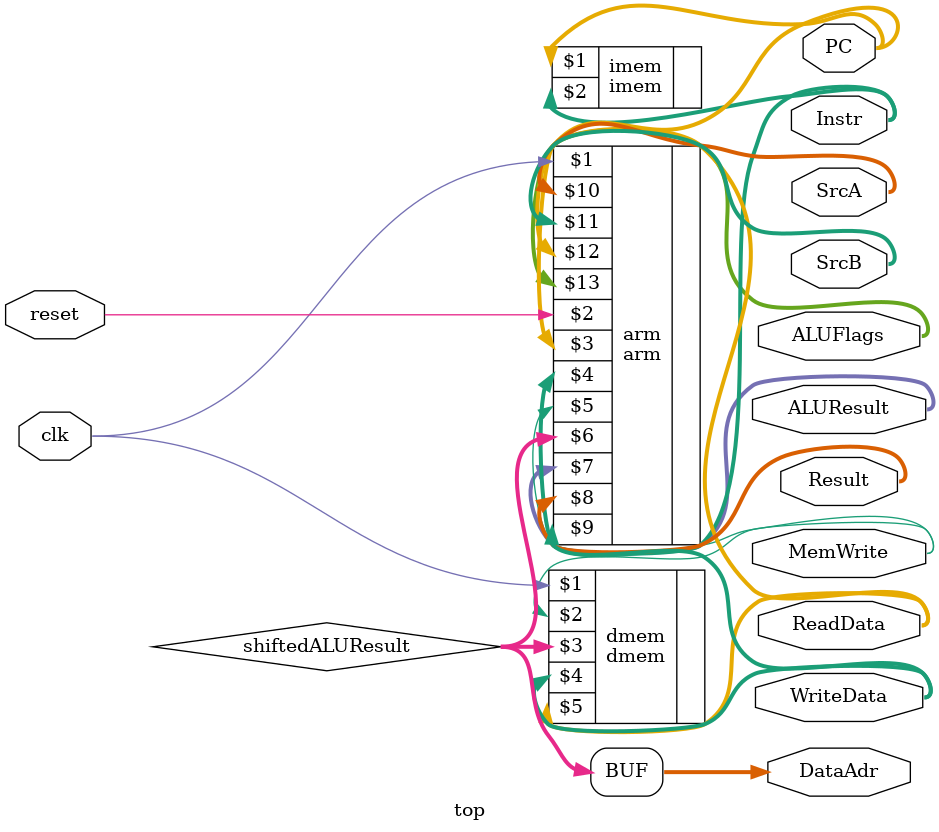
<source format=sv>
module top( input logic clk, reset,
            output logic [31:0] WriteData, DataAdr,
            output logic MemWrite,
            output logic [31:0] PC,
            output logic [31:0] Instr,
            output logic [31:0] ALUResult, Result, SrcA, SrcB, ReadData,
            output logic [3:0] ALUFlags);

// instantiate processor and memories
logic [31:0] shiftedALUResult;
arm arm(clk, reset, PC, Instr, MemWrite, shiftedALUResult, ALUResult, Result, WriteData, SrcA, SrcB, ReadData, ALUFlags);
imem imem(PC, Instr);
dmem dmem(clk, MemWrite, shiftedALUResult, WriteData, ReadData);
assign DataAdr = shiftedALUResult;
endmodule
</source>
